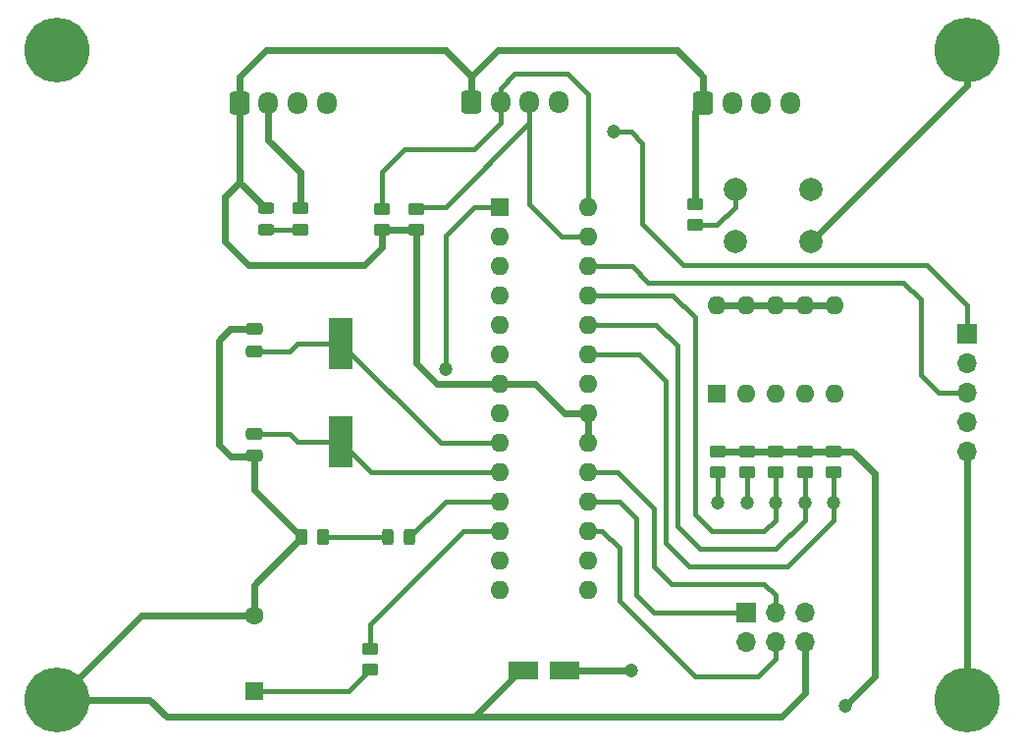
<source format=gbr>
%TF.GenerationSoftware,KiCad,Pcbnew,7.0.1-3b83917a11~172~ubuntu20.04.1*%
%TF.CreationDate,2023-04-17T17:43:15+05:30*%
%TF.ProjectId,motor controller,6d6f746f-7220-4636-9f6e-74726f6c6c65,rev?*%
%TF.SameCoordinates,Original*%
%TF.FileFunction,Copper,L1,Top*%
%TF.FilePolarity,Positive*%
%FSLAX46Y46*%
G04 Gerber Fmt 4.6, Leading zero omitted, Abs format (unit mm)*
G04 Created by KiCad (PCBNEW 7.0.1-3b83917a11~172~ubuntu20.04.1) date 2023-04-17 17:43:15*
%MOMM*%
%LPD*%
G01*
G04 APERTURE LIST*
G04 Aperture macros list*
%AMRoundRect*
0 Rectangle with rounded corners*
0 $1 Rounding radius*
0 $2 $3 $4 $5 $6 $7 $8 $9 X,Y pos of 4 corners*
0 Add a 4 corners polygon primitive as box body*
4,1,4,$2,$3,$4,$5,$6,$7,$8,$9,$2,$3,0*
0 Add four circle primitives for the rounded corners*
1,1,$1+$1,$2,$3*
1,1,$1+$1,$4,$5*
1,1,$1+$1,$6,$7*
1,1,$1+$1,$8,$9*
0 Add four rect primitives between the rounded corners*
20,1,$1+$1,$2,$3,$4,$5,0*
20,1,$1+$1,$4,$5,$6,$7,0*
20,1,$1+$1,$6,$7,$8,$9,0*
20,1,$1+$1,$8,$9,$2,$3,0*%
G04 Aperture macros list end*
%TA.AperFunction,SMDPad,CuDef*%
%ADD10RoundRect,0.250000X1.050000X0.550000X-1.050000X0.550000X-1.050000X-0.550000X1.050000X-0.550000X0*%
%TD*%
%TA.AperFunction,SMDPad,CuDef*%
%ADD11RoundRect,0.250000X-0.450000X0.262500X-0.450000X-0.262500X0.450000X-0.262500X0.450000X0.262500X0*%
%TD*%
%TA.AperFunction,ComponentPad*%
%ADD12R,1.600000X1.600000*%
%TD*%
%TA.AperFunction,ComponentPad*%
%ADD13O,1.600000X1.600000*%
%TD*%
%TA.AperFunction,SMDPad,CuDef*%
%ADD14RoundRect,0.250000X0.450000X-0.262500X0.450000X0.262500X-0.450000X0.262500X-0.450000X-0.262500X0*%
%TD*%
%TA.AperFunction,SMDPad,CuDef*%
%ADD15RoundRect,0.243750X-0.243750X-0.456250X0.243750X-0.456250X0.243750X0.456250X-0.243750X0.456250X0*%
%TD*%
%TA.AperFunction,ComponentPad*%
%ADD16RoundRect,0.250000X-0.600000X-0.725000X0.600000X-0.725000X0.600000X0.725000X-0.600000X0.725000X0*%
%TD*%
%TA.AperFunction,ComponentPad*%
%ADD17O,1.700000X1.950000*%
%TD*%
%TA.AperFunction,ComponentPad*%
%ADD18C,2.000000*%
%TD*%
%TA.AperFunction,SMDPad,CuDef*%
%ADD19RoundRect,0.243750X0.456250X-0.243750X0.456250X0.243750X-0.456250X0.243750X-0.456250X-0.243750X0*%
%TD*%
%TA.AperFunction,ComponentPad*%
%ADD20C,5.600000*%
%TD*%
%TA.AperFunction,SMDPad,CuDef*%
%ADD21RoundRect,0.250000X0.262500X0.450000X-0.262500X0.450000X-0.262500X-0.450000X0.262500X-0.450000X0*%
%TD*%
%TA.AperFunction,SMDPad,CuDef*%
%ADD22R,2.000000X4.500000*%
%TD*%
%TA.AperFunction,ComponentPad*%
%ADD23C,1.600000*%
%TD*%
%TA.AperFunction,SMDPad,CuDef*%
%ADD24RoundRect,0.250000X0.475000X-0.250000X0.475000X0.250000X-0.475000X0.250000X-0.475000X-0.250000X0*%
%TD*%
%TA.AperFunction,SMDPad,CuDef*%
%ADD25RoundRect,0.250000X-0.475000X0.250000X-0.475000X-0.250000X0.475000X-0.250000X0.475000X0.250000X0*%
%TD*%
%TA.AperFunction,ComponentPad*%
%ADD26R,1.700000X1.700000*%
%TD*%
%TA.AperFunction,ComponentPad*%
%ADD27O,1.700000X1.700000*%
%TD*%
%TA.AperFunction,ViaPad*%
%ADD28C,1.200000*%
%TD*%
%TA.AperFunction,Conductor*%
%ADD29C,0.600000*%
%TD*%
%TA.AperFunction,Conductor*%
%ADD30C,0.800000*%
%TD*%
%TA.AperFunction,Conductor*%
%ADD31C,0.400000*%
%TD*%
G04 APERTURE END LIST*
D10*
%TO.P,C1,1*%
%TO.N,+5V*%
X96800000Y-106500000D03*
%TO.P,C1,2*%
%TO.N,GND*%
X93200000Y-106500000D03*
%TD*%
D11*
%TO.P,R1,1*%
%TO.N,+5V*%
X110000000Y-87587500D03*
%TO.P,R1,2*%
%TO.N,/S1*%
X110000000Y-89412500D03*
%TD*%
%TO.P,R3,1*%
%TO.N,+5V*%
X115000000Y-87587500D03*
%TO.P,R3,2*%
%TO.N,/S3*%
X115000000Y-89412500D03*
%TD*%
D12*
%TO.P,J2,1,Pin_1*%
%TO.N,/S1*%
X109915000Y-82620000D03*
D13*
%TO.P,J2,2,Pin_2*%
%TO.N,/S2*%
X112455000Y-82620000D03*
%TO.P,J2,3,Pin_3*%
%TO.N,/S3*%
X114995000Y-82620000D03*
%TO.P,J2,4,Pin_4*%
%TO.N,/S4*%
X117535000Y-82620000D03*
%TO.P,J2,5,Pin_5*%
%TO.N,/S5*%
X120075000Y-82620000D03*
%TO.P,J2,6,Pin_6*%
%TO.N,GND*%
X120075000Y-75000000D03*
%TO.P,J2,7,Pin_7*%
X117535000Y-75000000D03*
%TO.P,J2,8,Pin_8*%
X114995000Y-75000000D03*
%TO.P,J2,9,Pin_9*%
X112455000Y-75000000D03*
%TO.P,J2,10,Pin_10*%
X109915000Y-75000000D03*
%TD*%
D14*
%TO.P,R11,1*%
%TO.N,+5V*%
X84000000Y-68500000D03*
%TO.P,R11,2*%
%TO.N,/SDA*%
X84000000Y-66675000D03*
%TD*%
%TO.P,R10,1*%
%TO.N,+5V*%
X81000000Y-68500000D03*
%TO.P,R10,2*%
%TO.N,/SCL*%
X81000000Y-66675000D03*
%TD*%
D15*
%TO.P,D2,1,K*%
%TO.N,Net-(D2-K)*%
X81562500Y-95000000D03*
%TO.P,D2,2,A*%
%TO.N,/LED*%
X83437500Y-95000000D03*
%TD*%
D14*
%TO.P,R8,1*%
%TO.N,Net-(D1-K)*%
X74000000Y-68450000D03*
%TO.P,R8,2*%
%TO.N,GND*%
X74000000Y-66625000D03*
%TD*%
D16*
%TO.P,J5,1,Pin_1*%
%TO.N,+5V*%
X68750000Y-57532500D03*
D17*
%TO.P,J5,2,Pin_2*%
%TO.N,GND*%
X71250000Y-57532500D03*
%TO.P,J5,3,Pin_3*%
%TO.N,/M1A*%
X73750000Y-57532500D03*
%TO.P,J5,4,Pin_4*%
%TO.N,/M1B*%
X76250000Y-57532500D03*
%TD*%
D18*
%TO.P,SW1,1,1*%
%TO.N,/RST1*%
X111500000Y-65000000D03*
X118000000Y-65000000D03*
%TO.P,SW1,2,2*%
%TO.N,GND*%
X111500000Y-69500000D03*
X118000000Y-69500000D03*
%TD*%
D11*
%TO.P,R5,1*%
%TO.N,+5V*%
X120000000Y-87587500D03*
%TO.P,R5,2*%
%TO.N,/S5*%
X120000000Y-89412500D03*
%TD*%
D19*
%TO.P,D1,1,K*%
%TO.N,Net-(D1-K)*%
X71000000Y-68500000D03*
%TO.P,D1,2,A*%
%TO.N,+5V*%
X71000000Y-66625000D03*
%TD*%
D16*
%TO.P,J6,1,Pin_1*%
%TO.N,+5V*%
X108750000Y-57532500D03*
D17*
%TO.P,J6,2,Pin_2*%
%TO.N,GND*%
X111250000Y-57532500D03*
%TO.P,J6,3,Pin_3*%
%TO.N,/M2A*%
X113750000Y-57532500D03*
%TO.P,J6,4,Pin_4*%
%TO.N,/M2B*%
X116250000Y-57532500D03*
%TD*%
D20*
%TO.P,H2,1,1*%
%TO.N,GND*%
X131500000Y-53000000D03*
%TD*%
D21*
%TO.P,R9,1*%
%TO.N,Net-(D2-K)*%
X75912500Y-95000000D03*
%TO.P,R9,2*%
%TO.N,GND*%
X74087500Y-95000000D03*
%TD*%
D22*
%TO.P,Y1,1,1*%
%TO.N,Net-(U1-XTAL2{slash}PB7)*%
X77500000Y-86750000D03*
%TO.P,Y1,2,2*%
%TO.N,Net-(U1-XTAL1{slash}PB6)*%
X77500000Y-78250000D03*
%TD*%
D11*
%TO.P,R4,1*%
%TO.N,+5V*%
X117500000Y-87587500D03*
%TO.P,R4,2*%
%TO.N,/S4*%
X117500000Y-89412500D03*
%TD*%
D12*
%TO.P,BZ1,1,-*%
%TO.N,Net-(BZ1--)*%
X70000000Y-108250000D03*
D23*
%TO.P,BZ1,2,+*%
%TO.N,GND*%
X70000000Y-101750000D03*
%TD*%
D24*
%TO.P,C2,1*%
%TO.N,Net-(U1-XTAL1{slash}PB6)*%
X70000000Y-78950000D03*
%TO.P,C2,2*%
%TO.N,GND*%
X70000000Y-77050000D03*
%TD*%
D25*
%TO.P,C3,1*%
%TO.N,Net-(U1-XTAL2{slash}PB7)*%
X70000000Y-86050000D03*
%TO.P,C3,2*%
%TO.N,GND*%
X70000000Y-87950000D03*
%TD*%
D20*
%TO.P,H3,1,1*%
%TO.N,GND*%
X53000000Y-53000000D03*
%TD*%
%TO.P,H1,1,1*%
%TO.N,GND*%
X53000000Y-109000000D03*
%TD*%
D11*
%TO.P,R6,1*%
%TO.N,+5V*%
X108000000Y-66250000D03*
%TO.P,R6,2*%
%TO.N,/RST1*%
X108000000Y-68075000D03*
%TD*%
D20*
%TO.P,H4,1,1*%
%TO.N,GND*%
X131500000Y-109000000D03*
%TD*%
D16*
%TO.P,J3,1,Pin_1*%
%TO.N,+5V*%
X88750000Y-57500000D03*
D17*
%TO.P,J3,2,Pin_2*%
%TO.N,/SCL*%
X91250000Y-57500000D03*
%TO.P,J3,3,Pin_3*%
%TO.N,/SDA*%
X93750000Y-57500000D03*
%TO.P,J3,4,Pin_4*%
%TO.N,GND*%
X96250000Y-57500000D03*
%TD*%
D11*
%TO.P,R2,1*%
%TO.N,+5V*%
X112500000Y-87587500D03*
%TO.P,R2,2*%
%TO.N,/S2*%
X112500000Y-89412500D03*
%TD*%
D26*
%TO.P,J1,1,Pin_1*%
%TO.N,/MISO*%
X112460000Y-101460000D03*
D27*
%TO.P,J1,2,Pin_2*%
%TO.N,+5V*%
X112460000Y-104000000D03*
%TO.P,J1,3,Pin_3*%
%TO.N,/SCK*%
X115000000Y-101460000D03*
%TO.P,J1,4,Pin_4*%
%TO.N,/MOSI*%
X115000000Y-104000000D03*
%TO.P,J1,5,Pin_5*%
%TO.N,/RST*%
X117540000Y-101460000D03*
%TO.P,J1,6,Pin_6*%
%TO.N,GND*%
X117540000Y-104000000D03*
%TD*%
D14*
%TO.P,R7,1*%
%TO.N,Net-(BZ1--)*%
X80000000Y-106412500D03*
%TO.P,R7,2*%
%TO.N,/BUZZ*%
X80000000Y-104587500D03*
%TD*%
D12*
%TO.P,U1,1,~{RESET}/PC6*%
%TO.N,/RST*%
X91200000Y-66500000D03*
D13*
%TO.P,U1,2,PD0*%
%TO.N,/DM1*%
X91200000Y-69040000D03*
%TO.P,U1,3,PD1*%
%TO.N,/M2B*%
X91200000Y-71580000D03*
%TO.P,U1,4,PD2*%
%TO.N,/M2A*%
X91200000Y-74120000D03*
%TO.P,U1,5,PD3*%
%TO.N,/M1B*%
X91200000Y-76660000D03*
%TO.P,U1,6,PD4*%
%TO.N,/M1A*%
X91200000Y-79200000D03*
%TO.P,U1,7,VCC*%
%TO.N,+5V*%
X91200000Y-81740000D03*
%TO.P,U1,8,GND*%
%TO.N,GND*%
X91200000Y-84280000D03*
%TO.P,U1,9,XTAL1/PB6*%
%TO.N,Net-(U1-XTAL1{slash}PB6)*%
X91200000Y-86820000D03*
%TO.P,U1,10,XTAL2/PB7*%
%TO.N,Net-(U1-XTAL2{slash}PB7)*%
X91200000Y-89360000D03*
%TO.P,U1,11,PD5*%
%TO.N,/LED*%
X91200000Y-91900000D03*
%TO.P,U1,12,PD6*%
%TO.N,/BUZZ*%
X91200000Y-94440000D03*
%TO.P,U1,13,PD7*%
%TO.N,/S2*%
X91200000Y-96980000D03*
%TO.P,U1,14,PB0*%
%TO.N,/S1*%
X91200000Y-99520000D03*
%TO.P,U1,15,PB1*%
%TO.N,/PM2*%
X98820000Y-99520000D03*
%TO.P,U1,16,PB2*%
%TO.N,/PM1*%
X98820000Y-96980000D03*
%TO.P,U1,17,PB3*%
%TO.N,/MOSI*%
X98820000Y-94440000D03*
%TO.P,U1,18,PB4*%
%TO.N,/MISO*%
X98820000Y-91900000D03*
%TO.P,U1,19,PB5*%
%TO.N,/SCK*%
X98820000Y-89360000D03*
%TO.P,U1,20,AVCC*%
%TO.N,+5V*%
X98820000Y-86820000D03*
%TO.P,U1,21,AREF*%
X98820000Y-84280000D03*
%TO.P,U1,22,GND*%
%TO.N,GND*%
X98820000Y-81740000D03*
%TO.P,U1,23,PC0*%
%TO.N,/S5*%
X98820000Y-79200000D03*
%TO.P,U1,24,PC1*%
%TO.N,/S4*%
X98820000Y-76660000D03*
%TO.P,U1,25,PC2*%
%TO.N,/S3*%
X98820000Y-74120000D03*
%TO.P,U1,26,PC3*%
%TO.N,/DM2*%
X98820000Y-71580000D03*
%TO.P,U1,27,PC4*%
%TO.N,/SDA*%
X98820000Y-69040000D03*
%TO.P,U1,28,PC5*%
%TO.N,/SCL*%
X98820000Y-66500000D03*
%TD*%
D26*
%TO.P,J4,1,Pin_1*%
%TO.N,/DM1*%
X131525000Y-77450000D03*
D27*
%TO.P,J4,2,Pin_2*%
%TO.N,/PM1*%
X131525000Y-79990000D03*
%TO.P,J4,3,Pin_3*%
%TO.N,/DM2*%
X131525000Y-82530000D03*
%TO.P,J4,4,Pin_4*%
%TO.N,/PM2*%
X131525000Y-85070000D03*
%TO.P,J4,5,Pin_5*%
%TO.N,GND*%
X131525000Y-87610000D03*
%TD*%
D28*
%TO.N,+5V*%
X102500000Y-106500000D03*
X121000000Y-109500000D03*
%TO.N,/DM1*%
X101000000Y-60000000D03*
%TO.N,/S5*%
X120000000Y-92000000D03*
%TO.N,/S1*%
X110000000Y-92000000D03*
%TO.N,/S2*%
X112500000Y-92000000D03*
%TO.N,/S3*%
X115000000Y-92000000D03*
%TO.N,/S4*%
X117500000Y-92000000D03*
%TO.N,/RST*%
X86500000Y-80500000D03*
%TD*%
D29*
%TO.N,+5V*%
X96800000Y-106500000D02*
X102500000Y-106500000D01*
D30*
%TO.N,GND*%
X93200000Y-106500000D02*
X93000000Y-106500000D01*
D29*
X93000000Y-106500000D02*
X89000000Y-110500000D01*
X70000000Y-99087500D02*
X74087500Y-95000000D01*
X70000000Y-77050000D02*
X67950000Y-77050000D01*
X68000000Y-88000000D02*
X69950000Y-88000000D01*
X61000000Y-109000000D02*
X53000000Y-109000000D01*
X69950000Y-88000000D02*
X70000000Y-87950000D01*
X67950000Y-77050000D02*
X67000000Y-78000000D01*
X70000000Y-101750000D02*
X60250000Y-101750000D01*
X71250000Y-60750000D02*
X71250000Y-57532500D01*
X67000000Y-87000000D02*
X68000000Y-88000000D01*
X87000000Y-110500000D02*
X62500000Y-110500000D01*
X60250000Y-101750000D02*
X53000000Y-109000000D01*
X117540000Y-108460000D02*
X115500000Y-110500000D01*
X67000000Y-78000000D02*
X67000000Y-87000000D01*
X62500000Y-110500000D02*
X61000000Y-109000000D01*
X70000000Y-90912500D02*
X70000000Y-88450000D01*
X131500000Y-56000000D02*
X131500000Y-53000000D01*
X117540000Y-104000000D02*
X117540000Y-108460000D01*
X115500000Y-110500000D02*
X87000000Y-110500000D01*
X131525000Y-108975000D02*
X131500000Y-109000000D01*
X74000000Y-63500000D02*
X71250000Y-60750000D01*
X118000000Y-69500000D02*
X131500000Y-56000000D01*
X70000000Y-101750000D02*
X70000000Y-99087500D01*
X131525000Y-87610000D02*
X131525000Y-108975000D01*
X74087500Y-95000000D02*
X70000000Y-90912500D01*
X109915000Y-75000000D02*
X120075000Y-75000000D01*
X74000000Y-66625000D02*
X74000000Y-63500000D01*
%TO.N,+5V*%
X71000000Y-66625000D02*
X68750000Y-64375000D01*
X120000000Y-87587500D02*
X110000000Y-87587500D01*
X81000000Y-70000000D02*
X79500000Y-71500000D01*
X98820000Y-84280000D02*
X98820000Y-86820000D01*
X88750000Y-55250000D02*
X88750000Y-57500000D01*
X67500000Y-69500000D02*
X67500000Y-65625000D01*
X91000000Y-53000000D02*
X88750000Y-55250000D01*
X84000000Y-80000000D02*
X85740000Y-81740000D01*
X120000000Y-87587500D02*
X121587500Y-87587500D01*
X94240000Y-81740000D02*
X91200000Y-81740000D01*
X106500000Y-53000000D02*
X91000000Y-53000000D01*
X123500000Y-107000000D02*
X121000000Y-109500000D01*
X108750000Y-57532500D02*
X108750000Y-55250000D01*
X86500000Y-53000000D02*
X71000000Y-53000000D01*
X98820000Y-84280000D02*
X96780000Y-84280000D01*
X121587500Y-87587500D02*
X123500000Y-89500000D01*
X79500000Y-71500000D02*
X69500000Y-71500000D01*
X123500000Y-89500000D02*
X123500000Y-107000000D01*
X108750000Y-55250000D02*
X106500000Y-53000000D01*
X67500000Y-65625000D02*
X68750000Y-64375000D01*
X69500000Y-71500000D02*
X67500000Y-69500000D01*
X84000000Y-68500000D02*
X81000000Y-68500000D01*
X88750000Y-55250000D02*
X86500000Y-53000000D01*
X81000000Y-68500000D02*
X81000000Y-70000000D01*
X108000000Y-58282500D02*
X108750000Y-57532500D01*
X96780000Y-84280000D02*
X94240000Y-81740000D01*
X84000000Y-68500000D02*
X84000000Y-80000000D01*
X108000000Y-66250000D02*
X108000000Y-58282500D01*
X68750000Y-55250000D02*
X68750000Y-57532500D01*
X68750000Y-64375000D02*
X68750000Y-57532500D01*
X71000000Y-53000000D02*
X68750000Y-55250000D01*
X85740000Y-81740000D02*
X91200000Y-81740000D01*
D31*
%TO.N,/LED*%
X83437500Y-95000000D02*
X86537500Y-91900000D01*
X86537500Y-91900000D02*
X91200000Y-91900000D01*
%TO.N,/MISO*%
X103000000Y-100000000D02*
X103000000Y-93400000D01*
X101500000Y-91900000D02*
X98820000Y-91900000D01*
X104460000Y-101460000D02*
X103000000Y-100000000D01*
X103000000Y-93400000D02*
X101500000Y-91900000D01*
X112460000Y-101460000D02*
X104460000Y-101460000D01*
%TO.N,/SCK*%
X104500000Y-97500000D02*
X104500000Y-92500000D01*
X115000000Y-101460000D02*
X115000000Y-100000000D01*
X104500000Y-92500000D02*
X101360000Y-89360000D01*
X114000000Y-99000000D02*
X106000000Y-99000000D01*
X115000000Y-100000000D02*
X114000000Y-99000000D01*
X101360000Y-89360000D02*
X98820000Y-89360000D01*
X106000000Y-99000000D02*
X104500000Y-97500000D01*
%TO.N,/MOSI*%
X101500000Y-100500000D02*
X101500000Y-95940000D01*
X100000000Y-94440000D02*
X98820000Y-94440000D01*
X113500000Y-107000000D02*
X108000000Y-107000000D01*
X115000000Y-105500000D02*
X113500000Y-107000000D01*
X101500000Y-95940000D02*
X100000000Y-94440000D01*
X115000000Y-104000000D02*
X115000000Y-105500000D01*
X108000000Y-107000000D02*
X101500000Y-100500000D01*
%TO.N,/SDA*%
X86500000Y-66500000D02*
X84175000Y-66500000D01*
X93750000Y-59250000D02*
X86500000Y-66500000D01*
X93750000Y-66250000D02*
X93750000Y-57500000D01*
X93750000Y-57500000D02*
X93750000Y-59250000D01*
X84175000Y-66500000D02*
X84000000Y-66675000D01*
X98820000Y-69040000D02*
X96540000Y-69040000D01*
X96540000Y-69040000D02*
X93750000Y-66250000D01*
%TO.N,/SCL*%
X97000000Y-55000000D02*
X92500000Y-55000000D01*
X98820000Y-66500000D02*
X98820000Y-56820000D01*
X91250000Y-57500000D02*
X91250000Y-59250000D01*
X91250000Y-57500000D02*
X91250000Y-56250000D01*
X91250000Y-56250000D02*
X92500000Y-55000000D01*
X83000000Y-61500000D02*
X81000000Y-63500000D01*
X81000000Y-63500000D02*
X81000000Y-66675000D01*
X98820000Y-56820000D02*
X97000000Y-55000000D01*
X89000000Y-61500000D02*
X83000000Y-61500000D01*
X91250000Y-59250000D02*
X89000000Y-61500000D01*
%TO.N,/BUZZ*%
X88060000Y-94440000D02*
X91200000Y-94440000D01*
X80000000Y-104587500D02*
X80000000Y-102500000D01*
X80000000Y-102500000D02*
X88060000Y-94440000D01*
%TO.N,/DM1*%
X103500000Y-61000000D02*
X102500000Y-60000000D01*
X107000000Y-71500000D02*
X103500000Y-68000000D01*
X102500000Y-60000000D02*
X101000000Y-60000000D01*
X103500000Y-68000000D02*
X103500000Y-61000000D01*
X131525000Y-77450000D02*
X131525000Y-75025000D01*
X128000000Y-71500000D02*
X107000000Y-71500000D01*
X131525000Y-75025000D02*
X128000000Y-71500000D01*
%TO.N,/DM2*%
X104000000Y-73000000D02*
X102580000Y-71580000D01*
X127500000Y-74500000D02*
X126000000Y-73000000D01*
X131525000Y-82530000D02*
X129030000Y-82530000D01*
X102580000Y-71580000D02*
X98820000Y-71580000D01*
X127500000Y-81000000D02*
X127500000Y-74500000D01*
X126000000Y-73000000D02*
X104000000Y-73000000D01*
X129030000Y-82530000D02*
X127500000Y-81000000D01*
%TO.N,/S5*%
X105500000Y-81500000D02*
X103200000Y-79200000D01*
X105500000Y-95500000D02*
X105500000Y-81500000D01*
X120000000Y-92000000D02*
X120000000Y-89412500D01*
X103200000Y-79200000D02*
X98820000Y-79200000D01*
X120000000Y-92000000D02*
X120000000Y-93500000D01*
X107500000Y-97500000D02*
X105500000Y-95500000D01*
X116000000Y-97500000D02*
X107500000Y-97500000D01*
X120000000Y-93500000D02*
X116000000Y-97500000D01*
%TO.N,/S1*%
X110000000Y-92000000D02*
X110000000Y-89412500D01*
%TO.N,/S2*%
X112500000Y-92000000D02*
X112500000Y-89412500D01*
%TO.N,/S3*%
X106120000Y-74120000D02*
X108000000Y-76000000D01*
X114000000Y-94500000D02*
X115000000Y-93500000D01*
X108000000Y-93000000D02*
X109500000Y-94500000D01*
X109500000Y-94500000D02*
X114000000Y-94500000D01*
X108000000Y-76000000D02*
X108000000Y-93000000D01*
X115000000Y-93500000D02*
X115000000Y-92000000D01*
X115000000Y-92000000D02*
X115000000Y-89412500D01*
X98820000Y-74120000D02*
X106120000Y-74120000D01*
%TO.N,/S4*%
X117500000Y-92000000D02*
X117500000Y-93500000D01*
X106500000Y-94000000D02*
X106500000Y-78500000D01*
X117500000Y-92000000D02*
X117500000Y-89412500D01*
X117500000Y-93500000D02*
X115000000Y-96000000D01*
X108500000Y-96000000D02*
X106500000Y-94000000D01*
X104660000Y-76660000D02*
X98820000Y-76660000D01*
X115000000Y-96000000D02*
X108500000Y-96000000D01*
X106500000Y-78500000D02*
X104660000Y-76660000D01*
%TO.N,/RST1*%
X111500000Y-66500000D02*
X111500000Y-65000000D01*
X109925000Y-68075000D02*
X111500000Y-66500000D01*
X108000000Y-68075000D02*
X109925000Y-68075000D01*
%TO.N,/RST*%
X89000000Y-66500000D02*
X91200000Y-66500000D01*
X86500000Y-69000000D02*
X89000000Y-66500000D01*
X86500000Y-80500000D02*
X86500000Y-69000000D01*
%TO.N,Net-(BZ1--)*%
X70000000Y-108250000D02*
X78162500Y-108250000D01*
X78162500Y-108250000D02*
X80000000Y-106412500D01*
%TO.N,Net-(U1-XTAL1{slash}PB6)*%
X91200000Y-86820000D02*
X86070000Y-86820000D01*
X73750000Y-78250000D02*
X77500000Y-78250000D01*
X86070000Y-86820000D02*
X77500000Y-78250000D01*
X73050000Y-78950000D02*
X73750000Y-78250000D01*
X70000000Y-78950000D02*
X73050000Y-78950000D01*
%TO.N,Net-(U1-XTAL2{slash}PB7)*%
X70000000Y-86050000D02*
X73050000Y-86050000D01*
X91200000Y-89360000D02*
X80110000Y-89360000D01*
X73050000Y-86050000D02*
X73750000Y-86750000D01*
X80110000Y-89360000D02*
X77500000Y-86750000D01*
X73750000Y-86750000D02*
X77500000Y-86750000D01*
%TO.N,Net-(D1-K)*%
X71050000Y-68450000D02*
X71000000Y-68500000D01*
X74000000Y-68450000D02*
X71050000Y-68450000D01*
%TO.N,Net-(D2-K)*%
X81562500Y-95000000D02*
X75912500Y-95000000D01*
%TD*%
M02*

</source>
